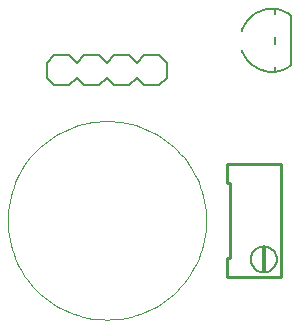
<source format=gto>
G75*
G70*
%OFA0B0*%
%FSLAX24Y24*%
%IPPOS*%
%LPD*%
%AMOC8*
5,1,8,0,0,1.08239X$1,22.5*
%
%ADD10C,0.0060*%
%ADD11C,0.0039*%
%ADD12C,0.0080*%
%ADD13C,0.0100*%
%ADD14R,0.0157X0.0827*%
D10*
X008895Y002847D02*
X008897Y002888D01*
X008903Y002929D01*
X008913Y002969D01*
X008926Y003008D01*
X008943Y003045D01*
X008964Y003081D01*
X008988Y003115D01*
X009015Y003146D01*
X009044Y003174D01*
X009077Y003200D01*
X009111Y003222D01*
X009148Y003241D01*
X009186Y003256D01*
X009226Y003268D01*
X009266Y003276D01*
X009307Y003280D01*
X009349Y003280D01*
X009390Y003276D01*
X009430Y003268D01*
X009470Y003256D01*
X009508Y003241D01*
X009544Y003222D01*
X009579Y003200D01*
X009612Y003174D01*
X009641Y003146D01*
X009668Y003115D01*
X009692Y003081D01*
X009713Y003045D01*
X009730Y003008D01*
X009743Y002969D01*
X009753Y002929D01*
X009759Y002888D01*
X009761Y002847D01*
X009759Y002806D01*
X009753Y002765D01*
X009743Y002725D01*
X009730Y002686D01*
X009713Y002649D01*
X009692Y002613D01*
X009668Y002579D01*
X009641Y002548D01*
X009612Y002520D01*
X009579Y002494D01*
X009545Y002472D01*
X009508Y002453D01*
X009470Y002438D01*
X009430Y002426D01*
X009390Y002418D01*
X009349Y002414D01*
X009307Y002414D01*
X009266Y002418D01*
X009226Y002426D01*
X009186Y002438D01*
X009148Y002453D01*
X009112Y002472D01*
X009077Y002494D01*
X009044Y002520D01*
X009015Y002548D01*
X008988Y002579D01*
X008964Y002613D01*
X008943Y002649D01*
X008926Y002686D01*
X008913Y002725D01*
X008903Y002765D01*
X008897Y002806D01*
X008895Y002847D01*
X009700Y009101D02*
X009700Y009259D01*
X010250Y009322D02*
X010250Y010971D01*
X009700Y011034D02*
X009700Y011192D01*
X009700Y010259D02*
X009700Y010034D01*
X010250Y009321D02*
X010199Y009284D01*
X010146Y009249D01*
X010090Y009217D01*
X010033Y009189D01*
X009974Y009165D01*
X009914Y009144D01*
X009853Y009127D01*
X009791Y009113D01*
X009728Y009104D01*
X009665Y009098D01*
X009601Y009096D01*
X009537Y009098D01*
X009474Y009104D01*
X009411Y009113D01*
X009349Y009126D01*
X009288Y009144D01*
X009228Y009164D01*
X009169Y009189D01*
X009112Y009216D01*
X009056Y009248D01*
X009003Y009282D01*
X008952Y009320D01*
X008903Y009361D01*
X008857Y009405D01*
X008813Y009451D01*
X008772Y009500D01*
X008735Y009551D01*
X008700Y009605D01*
X008669Y009660D01*
X008641Y009717D01*
X008617Y009776D01*
X008597Y009836D01*
X008597Y010457D02*
X008617Y010517D01*
X008641Y010576D01*
X008669Y010633D01*
X008700Y010688D01*
X008735Y010742D01*
X008772Y010793D01*
X008813Y010842D01*
X008857Y010888D01*
X008903Y010932D01*
X008952Y010973D01*
X009003Y011011D01*
X009056Y011045D01*
X009112Y011077D01*
X009169Y011104D01*
X009228Y011129D01*
X009288Y011149D01*
X009349Y011167D01*
X009411Y011180D01*
X009474Y011189D01*
X009537Y011195D01*
X009601Y011197D01*
X009665Y011195D01*
X009728Y011189D01*
X009791Y011180D01*
X009853Y011166D01*
X009914Y011149D01*
X009974Y011128D01*
X010033Y011104D01*
X010090Y011076D01*
X010146Y011044D01*
X010199Y011009D01*
X010250Y010972D01*
D11*
X000793Y004147D02*
X000797Y004309D01*
X000809Y004471D01*
X000829Y004632D01*
X000857Y004792D01*
X000892Y004951D01*
X000935Y005107D01*
X000986Y005261D01*
X001045Y005413D01*
X001111Y005561D01*
X001183Y005706D01*
X001263Y005847D01*
X001350Y005984D01*
X001444Y006117D01*
X001544Y006245D01*
X001650Y006368D01*
X001762Y006485D01*
X001879Y006597D01*
X002002Y006703D01*
X002130Y006803D01*
X002263Y006897D01*
X002400Y006984D01*
X002541Y007064D01*
X002686Y007136D01*
X002834Y007202D01*
X002986Y007261D01*
X003140Y007312D01*
X003296Y007355D01*
X003455Y007390D01*
X003615Y007418D01*
X003776Y007438D01*
X003938Y007450D01*
X004100Y007454D01*
X004262Y007450D01*
X004424Y007438D01*
X004585Y007418D01*
X004745Y007390D01*
X004904Y007355D01*
X005060Y007312D01*
X005214Y007261D01*
X005366Y007202D01*
X005514Y007136D01*
X005659Y007064D01*
X005800Y006984D01*
X005937Y006897D01*
X006070Y006803D01*
X006198Y006703D01*
X006321Y006597D01*
X006438Y006485D01*
X006550Y006368D01*
X006656Y006245D01*
X006756Y006117D01*
X006850Y005984D01*
X006937Y005847D01*
X007017Y005706D01*
X007089Y005561D01*
X007155Y005413D01*
X007214Y005261D01*
X007265Y005107D01*
X007308Y004951D01*
X007343Y004792D01*
X007371Y004632D01*
X007391Y004471D01*
X007403Y004309D01*
X007407Y004147D01*
X007403Y003985D01*
X007391Y003823D01*
X007371Y003662D01*
X007343Y003502D01*
X007308Y003343D01*
X007265Y003187D01*
X007214Y003033D01*
X007155Y002881D01*
X007089Y002733D01*
X007017Y002588D01*
X006937Y002447D01*
X006850Y002310D01*
X006756Y002177D01*
X006656Y002049D01*
X006550Y001926D01*
X006438Y001809D01*
X006321Y001697D01*
X006198Y001591D01*
X006070Y001491D01*
X005937Y001397D01*
X005800Y001310D01*
X005659Y001230D01*
X005514Y001158D01*
X005366Y001092D01*
X005214Y001033D01*
X005060Y000982D01*
X004904Y000939D01*
X004745Y000904D01*
X004585Y000876D01*
X004424Y000856D01*
X004262Y000844D01*
X004100Y000840D01*
X003938Y000844D01*
X003776Y000856D01*
X003615Y000876D01*
X003455Y000904D01*
X003296Y000939D01*
X003140Y000982D01*
X002986Y001033D01*
X002834Y001092D01*
X002686Y001158D01*
X002541Y001230D01*
X002400Y001310D01*
X002263Y001397D01*
X002130Y001491D01*
X002002Y001591D01*
X001879Y001697D01*
X001762Y001809D01*
X001650Y001926D01*
X001544Y002049D01*
X001444Y002177D01*
X001350Y002310D01*
X001263Y002447D01*
X001183Y002588D01*
X001111Y002733D01*
X001045Y002881D01*
X000986Y003033D01*
X000935Y003187D01*
X000892Y003343D01*
X000857Y003502D01*
X000829Y003662D01*
X000809Y003823D01*
X000797Y003985D01*
X000793Y004147D01*
D12*
X002350Y008647D02*
X002850Y008647D01*
X003100Y008897D01*
X003350Y008647D01*
X003850Y008647D01*
X004100Y008897D01*
X004350Y008647D01*
X004850Y008647D01*
X005100Y008897D01*
X005350Y008647D01*
X005850Y008647D01*
X006100Y008897D01*
X006100Y009397D01*
X005850Y009647D01*
X005350Y009647D01*
X005100Y009397D01*
X004850Y009647D01*
X004350Y009647D01*
X004100Y009397D01*
X003850Y009647D01*
X003350Y009647D01*
X003100Y009397D01*
X002850Y009647D01*
X002350Y009647D01*
X002100Y009397D01*
X002100Y008897D01*
X002350Y008647D01*
D13*
X008108Y006036D02*
X008108Y005407D01*
X008206Y005407D01*
X008206Y002887D01*
X008108Y002887D01*
X008108Y002257D01*
X009899Y002257D01*
X009899Y006036D01*
X008108Y006036D01*
D14*
X009328Y002847D03*
M02*

</source>
